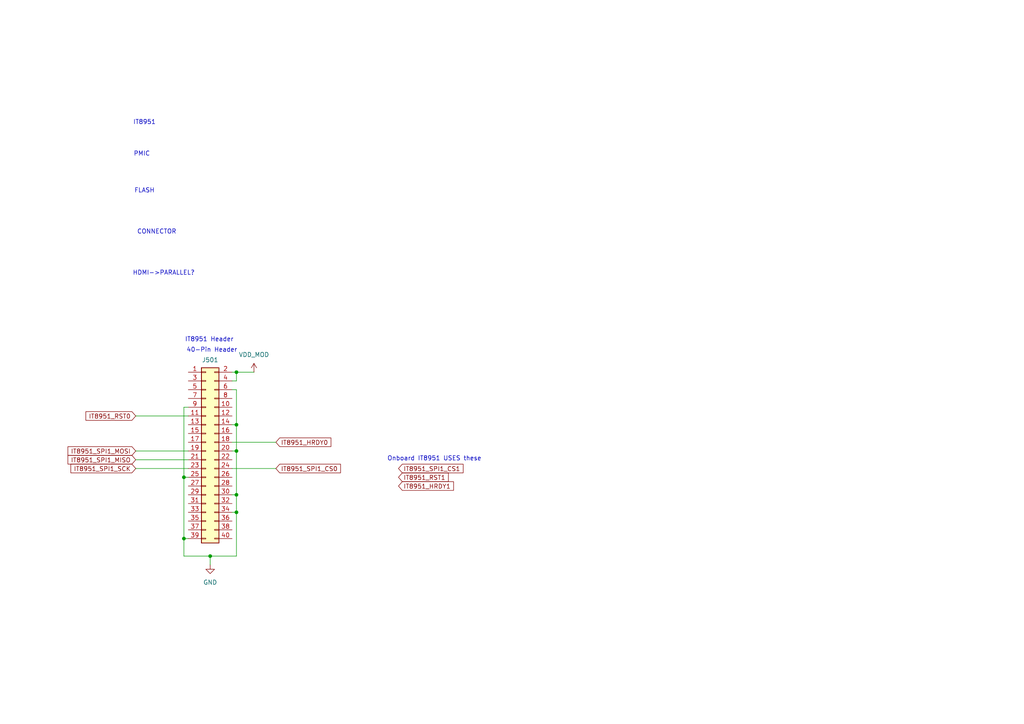
<source format=kicad_sch>
(kicad_sch (version 20231120) (generator "eeschema") (generator_version "8.0")
  (paper "A4")
  (lib_symbols
    (symbol "Connector_Generic:Conn_02x20_Odd_Even" (pin_names (offset 1.016) hide)
      (property "Reference" "J" (at 1.27 25.4 0))
      (property "Value" "Conn_02x20_Odd_Even" (at 1.27 -27.94 0))
      (symbol "Conn_02x20_Odd_Even_1_1"
        (rectangle (start -1.27 -25.273) (end 0 -25.527) (stroke (width 0.1524)))
        (rectangle (start -1.27 -22.733) (end 0 -22.987) (stroke (width 0.1524)))
        (rectangle (start -1.27 -20.193) (end 0 -20.447) (stroke (width 0.1524)))
        (rectangle (start -1.27 -17.653) (end 0 -17.907) (stroke (width 0.1524)))
        (rectangle (start -1.27 -15.113) (end 0 -15.367) (stroke (width 0.1524)))
        (rectangle (start -1.27 -12.573) (end 0 -12.827) (stroke (width 0.1524)))
        (rectangle (start -1.27 -10.033) (end 0 -10.287) (stroke (width 0.1524)))
        (rectangle (start -1.27 -7.493) (end 0 -7.747) (stroke (width 0.1524)))
        (rectangle (start -1.27 -4.953) (end 0 -5.207) (stroke (width 0.1524)))
        (rectangle (start -1.27 -2.413) (end 0 -2.667) (stroke (width 0.1524)))
        (rectangle (start -1.27 0.127) (end 0 -0.127) (stroke (width 0.1524)))
        (rectangle (start -1.27 2.667) (end 0 2.413) (stroke (width 0.1524)))
        (rectangle (start -1.27 5.207) (end 0 4.953) (stroke (width 0.1524)))
        (rectangle (start -1.27 7.747) (end 0 7.493) (stroke (width 0.1524)))
        (rectangle (start -1.27 10.287) (end 0 10.033) (stroke (width 0.1524)))
        (rectangle (start -1.27 12.827) (end 0 12.573) (stroke (width 0.1524)))
        (rectangle (start -1.27 15.367) (end 0 15.113) (stroke (width 0.1524)))
        (rectangle (start -1.27 17.907) (end 0 17.653) (stroke (width 0.1524)))
        (rectangle (start -1.27 20.447) (end 0 20.193) (stroke (width 0.1524)))
        (rectangle (start -1.27 22.987) (end 0 22.733) (stroke (width 0.1524)))
        (rectangle (start -1.27 24.13) (end 3.81 -26.67) (stroke (width 0.254)) (fill (type background)))
        (rectangle (start 3.81 -25.273) (end 2.54 -25.527) (stroke (width 0.1524)))
        (rectangle (start 3.81 -22.733) (end 2.54 -22.987) (stroke (width 0.1524)))
        (rectangle (start 3.81 -20.193) (end 2.54 -20.447) (stroke (width 0.1524)))
        (rectangle (start 3.81 -17.653) (end 2.54 -17.907) (stroke (width 0.1524)))
        (rectangle (start 3.81 -15.113) (end 2.54 -15.367) (stroke (width 0.1524)))
        (rectangle (start 3.81 -12.573) (end 2.54 -12.827) (stroke (width 0.1524)))
        (rectangle (start 3.81 -10.033) (end 2.54 -10.287) (stroke (width 0.1524)))
        (rectangle (start 3.81 -7.493) (end 2.54 -7.747) (stroke (width 0.1524)))
        (rectangle (start 3.81 -4.953) (end 2.54 -5.207) (stroke (width 0.1524)))
        (rectangle (start 3.81 -2.413) (end 2.54 -2.667) (stroke (width 0.1524)))
        (rectangle (start 3.81 0.127) (end 2.54 -0.127) (stroke (width 0.1524)))
        (rectangle (start 3.81 2.667) (end 2.54 2.413) (stroke (width 0.1524)))
        (rectangle (start 3.81 5.207) (end 2.54 4.953) (stroke (width 0.1524)))
        (rectangle (start 3.81 7.747) (end 2.54 7.493) (stroke (width 0.1524)))
        (rectangle (start 3.81 10.287) (end 2.54 10.033) (stroke (width 0.1524)))
        (rectangle (start 3.81 12.827) (end 2.54 12.573) (stroke (width 0.1524)))
        (rectangle (start 3.81 15.367) (end 2.54 15.113) (stroke (width 0.1524)))
        (rectangle (start 3.81 17.907) (end 2.54 17.653) (stroke (width 0.1524)))
        (rectangle (start 3.81 20.447) (end 2.54 20.193) (stroke (width 0.1524)))
        (rectangle (start 3.81 22.987) (end 2.54 22.733) (stroke (width 0.1524)))
        (pin passive line (at -5.08 22.86 0) (length 3.81) (name "Pin_1") (number "1"))
        (pin passive line (at 7.62 12.7 180) (length 3.81) (name "Pin_10") (number "10"))
        (pin passive line (at -5.08 10.16 0) (length 3.81) (name "Pin_11") (number "11"))
        (pin passive line (at 7.62 10.16 180) (length 3.81) (name "Pin_12") (number "12"))
        (pin passive line (at -5.08 7.62 0) (length 3.81) (name "Pin_13") (number "13"))
        (pin passive line (at 7.62 7.62 180) (length 3.81) (name "Pin_14") (number "14"))
        (pin passive line (at -5.08 5.08 0) (length 3.81) (name "Pin_15") (number "15"))
        (pin passive line (at 7.62 5.08 180) (length 3.81) (name "Pin_16") (number "16"))
        (pin passive line (at -5.08 2.54 0) (length 3.81) (name "Pin_17") (number "17"))
        (pin passive line (at 7.62 2.54 180) (length 3.81) (name "Pin_18") (number "18"))
        (pin passive line (at -5.08 0 0) (length 3.81) (name "Pin_19") (number "19"))
        (pin passive line (at 7.62 22.86 180) (length 3.81) (name "Pin_2") (number "2"))
        (pin passive line (at 7.62 0 180) (length 3.81) (name "Pin_20") (number "20"))
        (pin passive line (at -5.08 -2.54 0) (length 3.81) (name "Pin_21") (number "21"))
        (pin passive line (at 7.62 -2.54 180) (length 3.81) (name "Pin_22") (number "22"))
        (pin passive line (at -5.08 -5.08 0) (length 3.81) (name "Pin_23") (number "23"))
        (pin passive line (at 7.62 -5.08 180) (length 3.81) (name "Pin_24") (number "24"))
        (pin passive line (at -5.08 -7.62 0) (length 3.81) (name "Pin_25") (number "25"))
        (pin passive line (at 7.62 -7.62 180) (length 3.81) (name "Pin_26") (number "26"))
        (pin passive line (at -5.08 -10.16 0) (length 3.81) (name "Pin_27") (number "27"))
        (pin passive line (at 7.62 -10.16 180) (length 3.81) (name "Pin_28") (number "28"))
        (pin passive line (at -5.08 -12.7 0) (length 3.81) (name "Pin_29") (number "29"))
        (pin passive line (at -5.08 20.32 0) (length 3.81) (name "Pin_3") (number "3"))
        (pin passive line (at 7.62 -12.7 180) (length 3.81) (name "Pin_30") (number "30"))
        (pin passive line (at -5.08 -15.24 0) (length 3.81) (name "Pin_31") (number "31"))
        (pin passive line (at 7.62 -15.24 180) (length 3.81) (name "Pin_32") (number "32"))
        (pin passive line (at -5.08 -17.78 0) (length 3.81) (name "Pin_33") (number "33"))
        (pin passive line (at 7.62 -17.78 180) (length 3.81) (name "Pin_34") (number "34"))
        (pin passive line (at -5.08 -20.32 0) (length 3.81) (name "Pin_35") (number "35"))
        (pin passive line (at 7.62 -20.32 180) (length 3.81) (name "Pin_36") (number "36"))
        (pin passive line (at -5.08 -22.86 0) (length 3.81) (name "Pin_37") (number "37"))
        (pin passive line (at 7.62 -22.86 180) (length 3.81) (name "Pin_38") (number "38"))
        (pin passive line (at -5.08 -25.4 0) (length 3.81) (name "Pin_39") (number "39"))
        (pin passive line (at 7.62 20.32 180) (length 3.81) (name "Pin_4") (number "4"))
        (pin passive line (at 7.62 -25.4 180) (length 3.81) (name "Pin_40") (number "40"))
        (pin passive line (at -5.08 17.78 0) (length 3.81) (name "Pin_5") (number "5"))
        (pin passive line (at 7.62 17.78 180) (length 3.81) (name "Pin_6") (number "6"))
        (pin passive line (at -5.08 15.24 0) (length 3.81) (name "Pin_7") (number "7"))
        (pin passive line (at 7.62 15.24 180) (length 3.81) (name "Pin_8") (number "8"))
        (pin passive line (at -5.08 12.7 0) (length 3.81) (name "Pin_9") (number "9"))
      )
    )
    (symbol "power:+5V" (power) (pin_numbers hide) (pin_names (offset 0) hide)
      (property "Value" "+5V" (at 0 3.556 0))
      (symbol "+5V_0_1"
        (polyline (pts (xy -0.762 1.27) (xy 0 2.54)))
        (polyline (pts (xy 0 0) (xy 0 2.54)))
        (polyline (pts (xy 0 2.54) (xy 0.762 1.27)))
      )
      (symbol "+5V_1_1"
        (pin power_in line (at 0 0 90) (length 0) (name "~") (number "1"))
      )
    )
    (symbol "power:GND" (power) (pin_numbers hide) (pin_names (offset 0) hide)
      (property "Value" "GND" (at 0 -3.81 0))
      (symbol "GND_0_1"
        (polyline (pts (xy 0 0) (xy 0 -1.27) (xy 1.27 -1.27) (xy 0 -2.54) (xy -1.27 -1.27) (xy 0 -1.27)))
      )
      (symbol "GND_1_1"
        (pin power_in line (at 0 0 270) (length 0) (name "~") (number "1"))
      )
    )
  )
  (junction (at 53.34 156.21))
  (junction (at 60.96 161.29))
  (junction (at 68.58 130.81))
  (junction (at 68.58 123.19))
  (junction (at 53.34 138.43))
  (junction (at 68.58 148.59))
  (junction (at 68.58 107.95))
  (junction (at 68.58 143.51))
  (wire (pts (xy 53.34 138.43) (xy 53.34 156.21)))
  (wire (pts (xy 60.96 161.29) (xy 53.34 161.29)))
  (wire (pts (xy 67.31 143.51) (xy 68.58 143.51)))
  (wire (pts (xy 67.31 110.49) (xy 68.58 110.49)))
  (wire (pts (xy 68.58 113.03) (xy 68.58 123.19)))
  (wire (pts (xy 67.31 130.81) (xy 68.58 130.81)))
  (wire (pts (xy 53.34 156.21) (xy 54.61 156.21)))
  (wire (pts (xy 39.37 135.89) (xy 54.61 135.89)))
  (wire (pts (xy 67.31 113.03) (xy 68.58 113.03)))
  (wire (pts (xy 68.58 107.95) (xy 73.66 107.95)))
  (wire (pts (xy 67.31 107.95) (xy 68.58 107.95)))
  (wire (pts (xy 68.58 123.19) (xy 68.58 130.81)))
  (wire (pts (xy 53.34 161.29) (xy 53.34 156.21)))
  (wire (pts (xy 68.58 161.29) (xy 60.96 161.29)))
  (wire (pts (xy 39.37 130.81) (xy 54.61 130.81)))
  (wire (pts (xy 53.34 138.43) (xy 54.61 138.43)))
  (wire (pts (xy 67.31 135.89) (xy 80.01 135.89)))
  (wire (pts (xy 68.58 130.81) (xy 68.58 143.51)))
  (wire (pts (xy 39.37 120.65) (xy 54.61 120.65)))
  (wire (pts (xy 68.58 148.59) (xy 68.58 161.29)))
  (wire (pts (xy 68.58 143.51) (xy 68.58 148.59)))
  (wire (pts (xy 39.37 133.35) (xy 54.61 133.35)))
  (wire (pts (xy 53.34 118.11) (xy 54.61 118.11)))
  (wire (pts (xy 67.31 148.59) (xy 68.58 148.59)))
  (wire (pts (xy 53.34 118.11) (xy 53.34 138.43)))
  (wire (pts (xy 68.58 107.95) (xy 68.58 110.49)))
  (wire (pts (xy 60.96 163.83) (xy 60.96 161.29)))
  (wire (pts (xy 67.31 128.27) (xy 80.01 128.27)))
  (wire (pts (xy 67.31 123.19) (xy 68.58 123.19)))
  (text "IT8951 Header" (at 60.706 98.552 0) (effects (font (size 1.27 1.27))))
  (text "40-Pin Header" (at 61.468 101.6 0) (effects (font (size 1.27 1.27))))
  (text "FLASH" (at 41.91 55.372 0) (effects (font (size 1.27 1.27))))
  (text "PMIC" (at 41.148 44.704 0) (effects (font (size 1.27 1.27))))
  (text "Onboard IT8951 USES these" (at 125.984 133.096 0) (effects (font (size 1.27 1.27))))
  (text "CONNECTOR" (at 45.466 67.31 0) (effects (font (size 1.27 1.27))))
  (text "IT8951" (at 41.91 35.56 0) (effects (font (size 1.27 1.27))))
  (text "HDMI->PARALLEL?" (at 47.498 79.248 0) (effects (font (size 1.27 1.27))))
  (global_label "IT8951_RST0" (shape input) (at 39.37 120.65 180) (property "Intersheetrefs" "${INTERSHEET_REFS}" (effects (hide yes))))
  (global_label "IT8951_RST1" (shape input) (at 115.57 138.43 0) (property "Intersheetrefs" "${INTERSHEET_REFS}" (effects (hide yes))))
  (global_label "IT8951_SPI1_CS0" (shape input) (at 80.01 135.89 0) (property "Intersheetrefs" "${INTERSHEET_REFS}" (effects (hide yes))))
  (global_label "IT8951_SPI1_MOSI" (shape input) (at 39.37 130.81 180) (property "Intersheetrefs" "${INTERSHEET_REFS}" (effects (hide yes))))
  (global_label "IT8951_SPI1_MISO" (shape input) (at 39.37 133.35 180) (property "Intersheetrefs" "${INTERSHEET_REFS}" (effects (hide yes))))
  (global_label "IT8951_SPI1_SCK" (shape input) (at 39.37 135.89 180) (property "Intersheetrefs" "${INTERSHEET_REFS}" (effects (hide yes))))
  (global_label "IT8951_HRDY0" (shape input) (at 80.01 128.27 0) (property "Intersheetrefs" "${INTERSHEET_REFS}" (effects (hide yes))))
  (global_label "IT8951_SPI1_CS1" (shape input) (at 115.57 135.89 0) (property "Intersheetrefs" "${INTERSHEET_REFS}" (effects (hide yes))))
  (global_label "IT8951_HRDY1" (shape input) (at 115.57 140.97 0) (property "Intersheetrefs" "${INTERSHEET_REFS}" (effects (hide yes))))
  (symbol (lib_id "power:GND") (at 60.96 163.83 0) (unit 1)
    (property "Reference" "#PWR0501" (effects (hide yes)))
    (property "Value" "GND" (at 60.96 168.91 0))
    (property "Description" "Power symbol creates a global label with name \"GND\" , ground" (effects (hide yes)))
  )
  (symbol (lib_id "Connector_Generic:Conn_02x20_Odd_Even") (at 59.69 130.81 0) (unit 1)
    (property "Reference" "J501" (at 60.96 104.394 0))
    (property "Value" "Conn_02x20_Odd_Even" (effects (hide yes)))
    (property "Footprint" "Connector_PinHeader_2.54mm:PinHeader_2x20_P2.54mm_Vertical" (effects (hide yes)))
    (property "Description" "Generic connector, double row, 02x20, odd/even pin numbering scheme (row 1 odd numbers, row 2 even numbers), script generated (kicad-library-utils/schlib/autogen/connector/)" (effects (hide yes)))
  )
  (symbol (lib_id "power:+5V") (at 73.66 107.95 0) (unit 1)
    (property "Reference" "#PWR0502" (effects (hide yes)))
    (property "Value" "VDD_MOD" (at 73.66 102.87 0))
    (property "Description" "Power symbol creates a global label with name \"+5V\"" (effects (hide yes)))
  )
)
</source>
